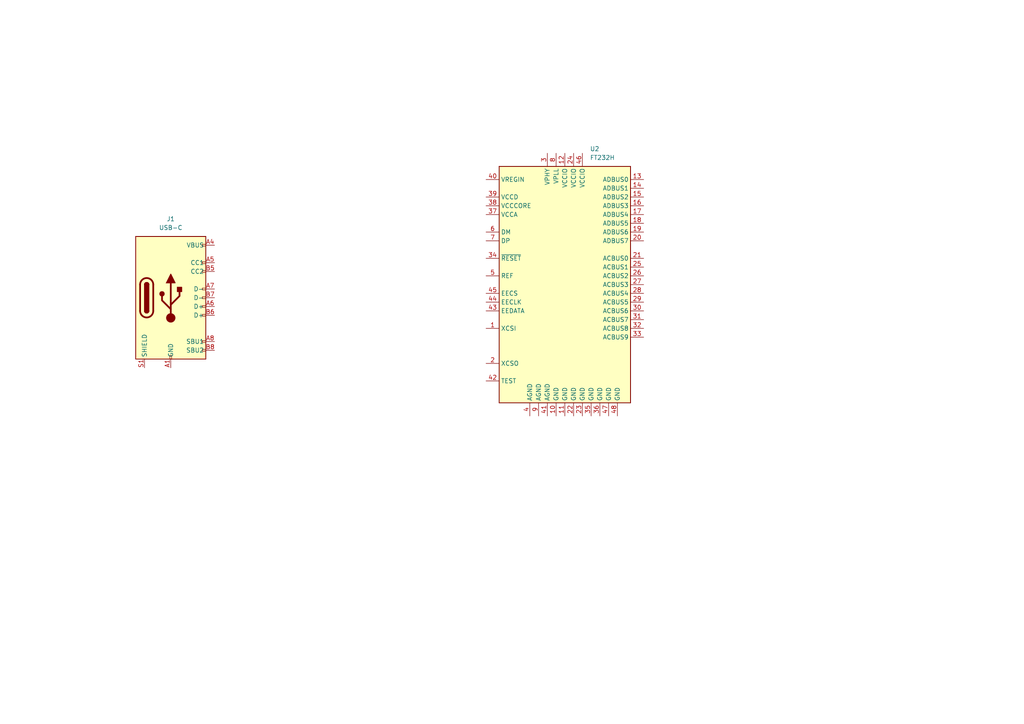
<source format=kicad_sch>
(kicad_sch (version 20231120) (generator "eeschema") (generator_version "8.0")
  (paper "A4")
  (lib_symbols
    (symbol "Interface_USB:FT232H"
      (property "Reference" "U" (at -19.05 35.56 0))
      (property "Value" "FT232H" (at 12.7 35.56 0))
      (symbol "FT232H_0_1"
        (rectangle (start -19.05 34.29) (end 19.05 -34.29) (stroke (width 0.254)) (fill (type background)))
      )
      (symbol "FT232H_1_1"
        (pin input line (at -22.86 -12.7 0) (length 3.81) (name "XCSI") (number "1"))
        (pin power_in line (at -2.54 -38.1 90) (length 3.81) (name "GND") (number "10"))
        (pin power_in line (at 0 -38.1 90) (length 3.81) (name "GND") (number "11"))
        (pin power_in line (at 0 38.1 270) (length 3.81) (name "VCCIO") (number "12"))
        (pin bidirectional line (at 22.86 30.48 180) (length 3.81) (name "ADBUS0") (number "13"))
        (pin bidirectional line (at 22.86 27.94 180) (length 3.81) (name "ADBUS1") (number "14"))
        (pin bidirectional line (at 22.86 25.4 180) (length 3.81) (name "ADBUS2") (number "15"))
        (pin bidirectional line (at 22.86 22.86 180) (length 3.81) (name "ADBUS3") (number "16"))
        (pin bidirectional line (at 22.86 20.32 180) (length 3.81) (name "ADBUS4") (number "17"))
        (pin bidirectional line (at 22.86 17.78 180) (length 3.81) (name "ADBUS5") (number "18"))
        (pin bidirectional line (at 22.86 15.24 180) (length 3.81) (name "ADBUS6") (number "19"))
        (pin output line (at -22.86 -22.86 0) (length 3.81) (name "XCSO") (number "2"))
        (pin bidirectional line (at 22.86 12.7 180) (length 3.81) (name "ADBUS7") (number "20"))
        (pin bidirectional line (at 22.86 7.62 180) (length 3.81) (name "ACBUS0") (number "21"))
        (pin power_in line (at 2.54 -38.1 90) (length 3.81) (name "GND") (number "22"))
        (pin power_in line (at 5.08 -38.1 90) (length 3.81) (name "GND") (number "23"))
        (pin power_in line (at 2.54 38.1 270) (length 3.81) (name "VCCIO") (number "24"))
        (pin bidirectional line (at 22.86 5.08 180) (length 3.81) (name "ACBUS1") (number "25"))
        (pin bidirectional line (at 22.86 2.54 180) (length 3.81) (name "ACBUS2") (number "26"))
        (pin bidirectional line (at 22.86 0 180) (length 3.81) (name "ACBUS3") (number "27"))
        (pin bidirectional line (at 22.86 -2.54 180) (length 3.81) (name "ACBUS4") (number "28"))
        (pin bidirectional line (at 22.86 -5.08 180) (length 3.81) (name "ACBUS5") (number "29"))
        (pin power_in line (at -5.08 38.1 270) (length 3.81) (name "VPHY") (number "3"))
        (pin bidirectional line (at 22.86 -7.62 180) (length 3.81) (name "ACBUS6") (number "30"))
        (pin bidirectional line (at 22.86 -10.16 180) (length 3.81) (name "ACBUS7") (number "31"))
        (pin bidirectional line (at 22.86 -12.7 180) (length 3.81) (name "ACBUS8") (number "32"))
        (pin bidirectional line (at 22.86 -15.24 180) (length 3.81) (name "ACBUS9") (number "33"))
        (pin input line (at -22.86 7.62 0) (length 3.81) (name "~{RESET}") (number "34"))
        (pin power_in line (at 7.62 -38.1 90) (length 3.81) (name "GND") (number "35"))
        (pin power_in line (at 10.16 -38.1 90) (length 3.81) (name "GND") (number "36"))
        (pin power_out line (at -22.86 20.32 0) (length 3.81) (name "VCCA") (number "37"))
        (pin power_out line (at -22.86 22.86 0) (length 3.81) (name "VCCCORE") (number "38"))
        (pin power_in line (at -22.86 25.4 0) (length 3.81) (name "VCCD") (number "39"))
        (pin power_in line (at -10.16 -38.1 90) (length 3.81) (name "AGND") (number "4"))
        (pin power_in line (at -22.86 30.48 0) (length 3.81) (name "VREGIN") (number "40"))
        (pin power_in line (at -5.08 -38.1 90) (length 3.81) (name "AGND") (number "41"))
        (pin input line (at -22.86 -27.94 0) (length 3.81) (name "TEST") (number "42"))
        (pin bidirectional line (at -22.86 -7.62 0) (length 3.81) (name "EEDATA") (number "43"))
        (pin input line (at -22.86 -5.08 0) (length 3.81) (name "EECLK") (number "44"))
        (pin input line (at -22.86 -2.54 0) (length 3.81) (name "EECS") (number "45"))
        (pin power_in line (at 5.08 38.1 270) (length 3.81) (name "VCCIO") (number "46"))
        (pin power_in line (at 12.7 -38.1 90) (length 3.81) (name "GND") (number "47"))
        (pin power_in line (at 15.24 -38.1 90) (length 3.81) (name "GND") (number "48"))
        (pin input line (at -22.86 2.54 0) (length 3.81) (name "REF") (number "5"))
        (pin bidirectional line (at -22.86 15.24 0) (length 3.81) (name "DM") (number "6"))
        (pin bidirectional line (at -22.86 12.7 0) (length 3.81) (name "DP") (number "7"))
        (pin power_in line (at -2.54 38.1 270) (length 3.81) (name "VPLL") (number "8"))
        (pin power_in line (at -7.62 -38.1 90) (length 3.81) (name "AGND") (number "9"))
      )
    )
    (symbol "Library:USB-C"
      (property "Reference" "J" (at -9.652 18.796 0))
      (property "Value" "USB-C" (at 7.112 18.796 0))
      (symbol "USB-C_0_0"
        (rectangle (start -0.254 -17.78) (end 0.254 -16.764))
        (rectangle (start 10.16 -14.986) (end 9.144 -15.494))
        (rectangle (start 10.16 -12.446) (end 9.144 -12.954))
        (rectangle (start 10.16 -4.826) (end 9.144 -5.334))
        (rectangle (start 10.16 -2.286) (end 9.144 -2.794))
        (rectangle (start 10.16 0.254) (end 9.144 -0.254))
        (rectangle (start 10.16 2.794) (end 9.144 2.286))
        (rectangle (start 10.16 7.874) (end 9.144 7.366))
        (rectangle (start 10.16 10.414) (end 9.144 9.906))
        (rectangle (start 10.16 15.494) (end 9.144 14.986))
      )
      (symbol "USB-C_0_1"
        (rectangle (start -10.16 17.78) (end 10.16 -17.78) (stroke (width 0.254)) (fill (type background)))
        (arc (start -8.89 -3.81) (mid -6.985 -5.7066) (end -5.08 -3.81) (stroke (width 0.508)))
        (arc (start -7.62 -3.81) (mid -6.985 -4.4422) (end -6.35 -3.81) (stroke (width 0.254)))
        (arc (start -7.62 -3.81) (mid -6.985 -4.4422) (end -6.35 -3.81) (stroke (width 0.254)) (fill (type outline)))
        (rectangle (start -7.62 -3.81) (end -6.35 3.81) (stroke (width 0.254)) (fill (type outline)))
        (arc (start -6.35 3.81) (mid -6.985 4.4422) (end -7.62 3.81) (stroke (width 0.254)))
        (arc (start -6.35 3.81) (mid -6.985 4.4422) (end -7.62 3.81) (stroke (width 0.254)) (fill (type outline)))
        (arc (start -5.08 3.81) (mid -6.985 5.7066) (end -8.89 3.81) (stroke (width 0.508)))
        (circle (center -2.54 1.143) (radius 0.635) (stroke (width 0.254)) (fill (type outline)))
        (circle (center 0 -5.842) (radius 1.27) (fill (type outline)))
        (polyline (pts (xy -8.89 -3.81) (xy -8.89 3.81)) (stroke (width 0.508)))
        (polyline (pts (xy -5.08 3.81) (xy -5.08 -3.81)) (stroke (width 0.508)))
        (polyline (pts (xy 0 -5.842) (xy 0 4.318)) (stroke (width 0.508)))
        (polyline (pts (xy 0 -3.302) (xy -2.54 -0.762) (xy -2.54 0.508)) (stroke (width 0.508)))
        (polyline (pts (xy 0 -2.032) (xy 2.54 0.508) (xy 2.54 1.778)) (stroke (width 0.508)))
        (polyline (pts (xy -1.27 4.318) (xy 0 6.858) (xy 1.27 4.318) (xy -1.27 4.318)) (stroke (width 0.254)) (fill (type outline)))
        (rectangle (start 1.905 1.778) (end 3.175 3.048) (stroke (width 0.254)) (fill (type outline)))
      )
      (symbol "USB-C_1_1"
        (pin passive line (at 0 -20.32 90) (length 2.54) (name "GND") (number "A1"))
        (pin passive line (at 0 -20.32 90) (length 2.54) hide (name "GND") (number "A12"))
        (pin passive line (at 12.7 15.24 180) (length 2.54) (name "VBUS") (number "A4"))
        (pin bidirectional line (at 12.7 10.16 180) (length 2.54) (name "CC1") (number "A5"))
        (pin bidirectional line (at 12.7 -2.54 180) (length 2.54) (name "D+") (number "A6"))
        (pin bidirectional line (at 12.7 2.54 180) (length 2.54) (name "D-") (number "A7"))
        (pin bidirectional line (at 12.7 -12.7 180) (length 2.54) (name "SBU1") (number "A8"))
        (pin passive line (at 12.7 15.24 180) (length 2.54) hide (name "VBUS") (number "A9"))
        (pin passive line (at 0 -20.32 90) (length 2.54) hide (name "GND") (number "B1"))
        (pin passive line (at 0 -20.32 90) (length 2.54) hide (name "GND") (number "B12"))
        (pin passive line (at 12.7 15.24 180) (length 2.54) hide (name "VBUS") (number "B4"))
        (pin bidirectional line (at 12.7 7.62 180) (length 2.54) (name "CC2") (number "B5"))
        (pin bidirectional line (at 12.7 -5.08 180) (length 2.54) (name "D+") (number "B6"))
        (pin bidirectional line (at 12.7 0 180) (length 2.54) (name "D-") (number "B7"))
        (pin bidirectional line (at 12.7 -15.24 180) (length 2.54) (name "SBU2") (number "B8"))
        (pin passive line (at 12.7 15.24 180) (length 2.54) hide (name "VBUS") (number "B9"))
        (pin passive line (at -7.62 -20.32 90) (length 2.54) (name "SHIELD") (number "S1"))
      )
    )
  )
  (symbol (lib_id "Library:USB-C") (at 49.53 86.36 0) (unit 1)
    (property "Reference" "J1" (at 49.53 63.5 0))
    (property "Value" "USB-C" (at 49.53 66.04 0))
    (property "Footprint" "Library:USB-C" (effects (hide yes)))
    (property "Description" "USB-C Jack" (effects (hide yes)))
  )
  (symbol (lib_id "Interface_USB:FT232H") (at 163.83 82.55 0) (unit 1)
    (property "Reference" "U2" (at 171.1041 43.18 0) (effects (justify left)))
    (property "Value" "FT232H" (at 171.1041 45.72 0) (effects (justify left)))
    (property "Datasheet" "https://www.ftdichip.com/Support/Documents/DataSheets/ICs/DS_FT232H.pdf" (effects (hide yes)))
    (property "Description" "Hi Speed Single Channel USB UART/FIFO, LQFP/QFN-48" (effects (hide yes)))
  )
)
</source>
